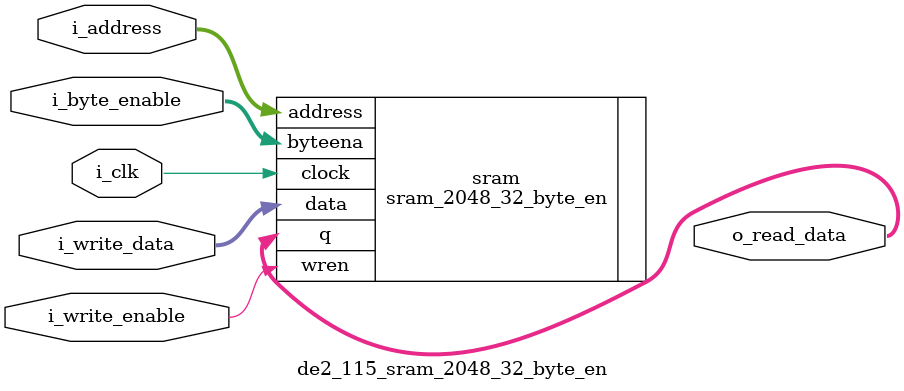
<source format=v>
`timescale 1 ps / 1 ps

module de2_115_sram_2048_32_byte_en (
	input wire [10:0]i_address,
	input wire [3:0]i_byte_enable,
	input wire i_clk,
	input wire [31:0]i_write_data,
	input wire i_write_enable,
	output wire [31:0]o_read_data
	);

parameter DATA_WIDTH = 32;
parameter ADDRESS_WIDTH = 11;

sram_2048_32_byte_en sram(
	.address(i_address),
	.byteena(i_byte_enable),
	.clock(i_clk),
	.data(i_write_data),
	.wren(i_write_enable),
	.q(o_read_data)
	);
	
endmodule
</source>
